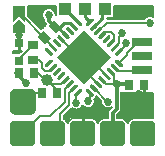
<source format=gtl>
G04 DipTrace Beta 2.3.5.2*
%INOpenSky_NoLDO.GTL*%
%MOIN*%
%ADD13C,0.008*%
%ADD14C,0.006*%
%ADD15C,0.01*%
%ADD16C,0.012*%
%ADD20R,0.0276X0.0354*%
%ADD22R,0.0315X0.0315*%
%ADD23R,0.0394X0.0394*%
%ADD24R,0.0354X0.0276*%
%ADD25C,0.0394*%
%ADD26C,0.027*%
%FSLAX44Y44*%
G04*
G70*
G90*
G75*
G01*
%LNTop*%
%LPD*%
X1803Y3719D2*
D13*
X2416Y3107D1*
X2555D1*
X3028Y2216D2*
X2643Y2601D1*
X2555Y2689D1*
Y3107D1*
X3307Y2494D2*
X2694Y3107D1*
X2555D1*
X2220Y850D2*
D14*
X2230D1*
X2510Y570D1*
X390Y3590D2*
Y3840D1*
X400Y3850D1*
X390Y4156D2*
Y3860D1*
X2510Y2820D2*
D13*
X2643Y2601D1*
X2500Y3562D2*
D14*
Y3162D1*
X2555Y3107D1*
X4570Y2200D2*
Y1930D1*
X4520Y1880D1*
X4380D1*
X4510Y3170D2*
X4508D1*
X3168Y2355D2*
D13*
X3283Y2240D1*
X3550D1*
Y2529D1*
X3446Y2633D1*
X1943Y3858D2*
D15*
X1669Y4132D1*
X1582D1*
X2221Y4137D2*
X2211D1*
X2097Y4250D1*
X1880D1*
X1700Y4070D1*
X1582D1*
Y4132D1*
D16*
X1380Y4334D1*
Y4527D1*
X3640Y2240D2*
X3550D1*
X3640D2*
X3990D1*
Y2132D1*
X4058Y2200D1*
X630Y2260D2*
X300Y2590D1*
X378D1*
X3510Y570D2*
Y1260D1*
X3640Y1390D1*
Y2240D1*
X2580Y4720D2*
D15*
Y4446D1*
X2750Y4276D1*
X2889Y4137D2*
X3170Y4417D1*
Y4620D1*
X3270Y4720D1*
X3585Y2773D2*
D13*
X3602D1*
X3705Y2670D1*
X4460D1*
X4480Y2690D1*
X4500D1*
X3724Y2912D2*
X3760Y2876D1*
Y2950D1*
X3990Y3180D1*
Y3270D1*
X4450Y3730D1*
X4500D1*
Y3635D1*
X1525Y2773D2*
Y2753D1*
X1442Y2670D1*
X1250D1*
X1150Y2770D1*
Y2910D1*
X1042Y3018D1*
X850D1*
Y3530D2*
Y3510D1*
X339Y2999D1*
X390D1*
X3168Y3858D2*
X3269Y3960D1*
X3450D1*
X3560Y3850D1*
Y3694D1*
X3446Y3580D1*
X3970Y3590D2*
X4013D1*
X3724Y3302D1*
X3350Y1640D2*
X3326D1*
X2889Y2077D1*
X3830Y3910D2*
X3840D1*
X3720Y3790D1*
Y3576D1*
X3585Y3441D1*
X2690Y1650D2*
X2760D1*
Y1927D1*
X2750Y1937D1*
X2300Y1600D2*
Y1860D1*
X2377Y1937D1*
X2360D1*
X390Y4550D2*
X440D1*
X1220Y3770D1*
X1525Y3441D2*
X1280Y3686D1*
Y3710D1*
X1220Y3770D1*
X1144Y1916D2*
X806D1*
X520Y1630D1*
X3028Y3998D2*
X3038D1*
X3310Y4270D1*
X4750D1*
Y840D2*
Y806D1*
X4514Y570D1*
X890Y2590D2*
Y2580D1*
X1030D1*
X1285Y2325D1*
X1320Y2360D1*
X1943Y2355D2*
X1798Y2210D1*
X1470D1*
X1320Y2360D1*
Y2370D1*
X1656Y2034D1*
Y1916D1*
X1920Y4720D2*
D15*
Y4716D1*
X2360Y4276D1*
X2082Y2216D2*
D13*
X1920Y2054D1*
Y1640D1*
X1430Y1150D1*
X1090D1*
X510Y570D1*
X2221Y2077D2*
X2217D1*
X2060Y1920D1*
Y1520D1*
X1750Y1210D1*
Y810D1*
X1510Y570D1*
D26*
X1380Y4527D3*
X3640Y2240D3*
D3*
X630Y2260D3*
X1380Y4527D3*
X3640Y2240D3*
X3970Y3590D3*
X3350Y1640D3*
X3830Y3910D3*
X2300Y1600D3*
X4750Y4270D3*
Y840D3*
X2500Y3562D3*
X2220Y850D3*
X4380Y1880D3*
X400Y3850D3*
X4630Y4680D3*
X4510Y3170D3*
X1130Y4220D3*
X2510Y2820D3*
X2690Y1650D3*
X693Y4751D2*
D14*
X1335D1*
X1426D2*
X1624D1*
X3565D2*
X4854D1*
X693Y4693D2*
X1218D1*
X1542D2*
X1624D1*
X3565D2*
X4854D1*
X693Y4634D2*
X1174D1*
X1587D2*
X1624D1*
X3565D2*
X4854D1*
X693Y4575D2*
X1152D1*
X3565D2*
X4854D1*
X693Y4517D2*
X1147D1*
X3565D2*
X4854D1*
X725Y4458D2*
X1158D1*
X3565D2*
X4616D1*
X784Y4399D2*
X1187D1*
X842Y4340D2*
X1221D1*
X901Y4282D2*
X1231D1*
X960Y4223D2*
X1269D1*
X1019Y4164D2*
X1241D1*
X1078Y4106D2*
X1182D1*
X196Y3284D2*
X431D1*
X4294Y1934D2*
X4334D1*
X4806D2*
X4854D1*
X3798Y1876D2*
X4854D1*
X3798Y1817D2*
X4854D1*
X2941Y1758D2*
X3015D1*
X3798D2*
X4854D1*
X2918Y1700D2*
X3073D1*
X3798D2*
X4854D1*
X2923Y1641D2*
X3117D1*
X3798D2*
X4854D1*
X2913Y1582D2*
X3124D1*
X3798D2*
X4854D1*
X2885Y1523D2*
X3149D1*
X3798D2*
X4854D1*
X2489Y1465D2*
X2553D1*
X2828D2*
X3199D1*
X3798D2*
X4854D1*
X2139Y1406D2*
X2176D1*
X2425D2*
X3435D1*
X3798D2*
X4854D1*
X2081Y1347D2*
X3379D1*
X3792D2*
X4854D1*
X2022Y1289D2*
X3354D1*
X3760D2*
X4854D1*
X1963Y1230D2*
X3351D1*
X3702D2*
X4854D1*
X1905Y1171D2*
X3351D1*
X3668D2*
X4854D1*
X1889Y1113D2*
X3351D1*
X3668D2*
X4854D1*
X1914Y1054D2*
X2106D1*
X2913D2*
X3107D1*
X3914D2*
X4111D1*
X1981Y995D2*
X2039D1*
X2981D2*
X3039D1*
X3981D2*
X4043D1*
X687Y4811D2*
Y4490D1*
X1123Y4054D1*
X1152Y4076D1*
X1168Y4085D1*
X1272Y4190D1*
X1282Y4211D1*
X1283Y4215D1*
X1253Y4249D1*
X1239Y4276D1*
X1230Y4304D1*
X1228Y4334D1*
Y4359D1*
X1197Y4393D1*
X1181Y4418D1*
X1168Y4445D1*
X1159Y4474D1*
X1154Y4503D1*
X1153Y4533D1*
X1155Y4563D1*
X1162Y4592D1*
X1172Y4620D1*
X1186Y4647D1*
X1204Y4671D1*
X1224Y4693D1*
X1247Y4712D1*
X1273Y4728D1*
X1300Y4740D1*
X1329Y4749D1*
X1358Y4754D1*
X1388Y4755D1*
X1418Y4752D1*
X1447Y4745D1*
X1475Y4734D1*
X1502Y4720D1*
X1526Y4702D1*
X1548Y4681D1*
X1566Y4658D1*
X1582Y4632D1*
X1594Y4605D1*
X1602Y4576D1*
X1607Y4527D1*
Y4525D1*
X1628Y4545D1*
X1631Y4551D1*
Y4810D1*
X810D1*
X687D1*
X4800Y1940D2*
Y1930D1*
X4340D1*
Y1940D1*
X4287D1*
X4288Y1930D1*
X3828D1*
Y1941D1*
X3792Y1940D1*
Y1390D1*
X3789Y1360D1*
X3781Y1332D1*
X3767Y1305D1*
X3748Y1282D1*
X3662Y1197D1*
Y1087D1*
X3790D1*
X3815Y1085D1*
X3840Y1081D1*
X3864Y1074D1*
X3888Y1064D1*
X3910Y1052D1*
X3931Y1038D1*
X3951Y1022D1*
X3968Y1004D1*
X3984Y984D1*
X3997Y962D1*
X4008Y939D1*
X4012Y930D1*
X4024Y957D1*
X4040Y984D1*
X4063Y1011D1*
X4080Y1028D1*
X4100Y1044D1*
X4122Y1057D1*
X4145Y1068D1*
X4169Y1077D1*
X4193Y1083D1*
X4218Y1086D1*
X4329Y1087D1*
X4809Y1086D1*
X4845Y1081D1*
X4860Y1077D1*
Y1940D1*
X4799D1*
X493Y3340D2*
X190D1*
Y3249D1*
X402D1*
X493Y3340D1*
X3559Y4810D2*
Y4431D1*
X3313D1*
X3312Y4417D1*
X3340Y4402D1*
X4565D1*
X4594Y4436D1*
X4617Y4455D1*
X4643Y4471D1*
X4670Y4483D1*
X4699Y4492D1*
X4728Y4496D1*
X4758Y4497D1*
X4788Y4494D1*
X4817Y4487D1*
X4859Y4469D1*
X4860Y4720D1*
Y4810D1*
X3560D1*
X1897Y1060D2*
X1924Y1044D1*
X1951Y1021D1*
X1968Y1004D1*
X1984Y984D1*
X1997Y962D1*
X2010Y936D1*
X2026Y967D1*
X2049Y1001D1*
X2074Y1026D1*
X2107Y1050D1*
X2137Y1067D1*
X2176Y1080D1*
X2211Y1086D1*
X2271Y1087D1*
X2812Y1086D1*
X2852Y1078D1*
X2885Y1066D1*
X2920Y1046D1*
X2948Y1024D1*
X2976Y994D1*
X2995Y965D1*
X3010Y935D1*
X3012Y939D1*
X3028Y971D1*
X3042Y991D1*
X3058Y1011D1*
X3076Y1028D1*
X3096Y1044D1*
X3118Y1057D1*
X3141Y1068D1*
X3165Y1077D1*
X3189Y1083D1*
X3214Y1086D1*
X3325Y1087D1*
X3358D1*
Y1260D1*
X3361Y1290D1*
X3369Y1318D1*
X3383Y1345D1*
X3402Y1368D1*
X3488Y1453D1*
X3487Y1459D1*
X3462Y1442D1*
X3435Y1429D1*
X3407Y1420D1*
X3377Y1414D1*
X3347Y1413D1*
X3317Y1415D1*
X3288Y1421D1*
X3260Y1431D1*
X3233Y1445D1*
X3208Y1462D1*
X3186Y1482D1*
X3167Y1505D1*
X3151Y1530D1*
X3138Y1558D1*
X3129Y1586D1*
X3124Y1616D1*
Y1656D1*
X2968Y1811D1*
X2956Y1783D1*
X2942Y1764D1*
X2908Y1734D1*
X2904Y1727D1*
X2912Y1698D1*
X2917Y1650D1*
X2915Y1620D1*
X2910Y1591D1*
X2900Y1562D1*
X2886Y1535D1*
X2870Y1511D1*
X2850Y1488D1*
X2827Y1469D1*
X2802Y1452D1*
X2775Y1439D1*
X2747Y1430D1*
X2717Y1424D1*
X2687Y1423D1*
X2657Y1425D1*
X2628Y1431D1*
X2600Y1441D1*
X2573Y1455D1*
X2548Y1472D1*
X2526Y1492D1*
X2510Y1512D1*
X2496Y1485D1*
X2480Y1461D1*
X2460Y1438D1*
X2437Y1419D1*
X2412Y1402D1*
X2385Y1389D1*
X2357Y1380D1*
X2327Y1374D1*
X2297Y1373D1*
X2267Y1375D1*
X2238Y1381D1*
X2210Y1391D1*
X2183Y1405D1*
X2154Y1426D1*
X1882Y1155D1*
Y1067D1*
X1897Y1060D1*
X1228Y4359D2*
X1197Y4393D1*
X1181Y4418D1*
X1168Y4445D1*
X1159Y4474D1*
X1154Y4503D1*
X1153Y4533D1*
X1155Y4563D1*
X1162Y4592D1*
X1172Y4620D1*
X1186Y4647D1*
X1204Y4671D1*
X1224Y4693D1*
X1247Y4712D1*
X1273Y4728D1*
X1300Y4740D1*
X1329Y4749D1*
X1358Y4754D1*
X1388Y4755D1*
X1418Y4752D1*
X1447Y4745D1*
X1475Y4734D1*
X1502Y4720D1*
X1526Y4702D1*
X1548Y4681D1*
X1566Y4658D1*
X1582Y4632D1*
X1594Y4605D1*
X1602Y4576D1*
X1607Y4527D1*
Y4525D1*
X4570Y2200D2*
D15*
Y1931D1*
X390Y3590D2*
Y3340D1*
X2510Y1087D2*
Y570D1*
G36*
X390Y4481D2*
X595Y4277D1*
Y4823D1*
X185D1*
Y4277D1*
X390Y4481D1*
G37*
G36*
X185Y3918D2*
Y4191D1*
X390Y4395D1*
X595Y4191D1*
Y3918D1*
X185D1*
G37*
D20*
X4570Y2200D3*
X4058D3*
X1144Y1916D3*
X1656D3*
D22*
X390Y3590D3*
Y2999D3*
G36*
X795Y1205D2*
X245D1*
X229Y1206D1*
X214Y1208D1*
X199Y1212D1*
X184Y1218D1*
X170Y1225D1*
X157Y1234D1*
X145Y1244D1*
X134Y1255D1*
X124Y1267D1*
X115Y1280D1*
X108Y1294D1*
X102Y1309D1*
X98Y1324D1*
X96Y1339D1*
X95Y1355D1*
Y1905D1*
X96Y1921D1*
X98Y1936D1*
X102Y1951D1*
X108Y1966D1*
X115Y1980D1*
X124Y1993D1*
X134Y2005D1*
X145Y2016D1*
X157Y2026D1*
X170Y2035D1*
X184Y2042D1*
X199Y2048D1*
X214Y2052D1*
X229Y2054D1*
X245Y2055D1*
X795D1*
X811Y2054D1*
X826Y2052D1*
X841Y2048D1*
X856Y2042D1*
X870Y2035D1*
X883Y2026D1*
X895Y2016D1*
X906Y2005D1*
X916Y1993D1*
X925Y1980D1*
X932Y1966D1*
X938Y1951D1*
X942Y1936D1*
X944Y1921D1*
X945Y1905D1*
Y1355D1*
X944Y1339D1*
X942Y1324D1*
X938Y1309D1*
X932Y1294D1*
X925Y1280D1*
X916Y1267D1*
X906Y1255D1*
X895Y1244D1*
X883Y1234D1*
X870Y1225D1*
X856Y1218D1*
X841Y1212D1*
X826Y1208D1*
X811Y1206D1*
X795Y1205D1*
G37*
D23*
X2580Y4720D3*
X3270D3*
G36*
X85Y295D2*
Y845D1*
X86Y861D1*
X88Y876D1*
X92Y891D1*
X98Y906D1*
X105Y920D1*
X114Y933D1*
X124Y945D1*
X135Y956D1*
X147Y966D1*
X160Y975D1*
X174Y982D1*
X189Y988D1*
X204Y992D1*
X219Y994D1*
X235Y995D1*
X785D1*
X801Y994D1*
X816Y992D1*
X831Y988D1*
X846Y982D1*
X860Y975D1*
X873Y966D1*
X885Y956D1*
X896Y945D1*
X906Y933D1*
X915Y920D1*
X922Y906D1*
X928Y891D1*
X932Y876D1*
X934Y861D1*
X935Y845D1*
Y295D1*
X934Y279D1*
X932Y264D1*
X928Y249D1*
X922Y234D1*
X915Y220D1*
X906Y207D1*
X896Y195D1*
X885Y184D1*
X873Y174D1*
X860Y165D1*
X846Y158D1*
X831Y152D1*
X816Y148D1*
X801Y146D1*
X785Y145D1*
X235D1*
X219Y146D1*
X204Y148D1*
X189Y152D1*
X174Y158D1*
X160Y165D1*
X147Y174D1*
X135Y184D1*
X124Y195D1*
X114Y207D1*
X105Y220D1*
X98Y234D1*
X92Y249D1*
X88Y264D1*
X86Y279D1*
X85Y295D1*
G37*
G36*
X1785Y145D2*
X1235D1*
X1219Y146D1*
X1204Y148D1*
X1189Y152D1*
X1174Y158D1*
X1160Y165D1*
X1147Y174D1*
X1135Y184D1*
X1124Y195D1*
X1114Y207D1*
X1105Y220D1*
X1098Y234D1*
X1092Y249D1*
X1088Y264D1*
X1086Y279D1*
X1085Y295D1*
Y845D1*
X1086Y861D1*
X1088Y876D1*
X1092Y891D1*
X1098Y906D1*
X1105Y920D1*
X1114Y933D1*
X1124Y945D1*
X1135Y956D1*
X1147Y966D1*
X1160Y975D1*
X1174Y982D1*
X1189Y988D1*
X1204Y992D1*
X1219Y994D1*
X1235Y995D1*
X1785D1*
X1801Y994D1*
X1816Y992D1*
X1831Y988D1*
X1846Y982D1*
X1860Y975D1*
X1873Y966D1*
X1885Y956D1*
X1896Y945D1*
X1906Y933D1*
X1915Y920D1*
X1922Y906D1*
X1928Y891D1*
X1932Y876D1*
X1934Y861D1*
X1935Y845D1*
Y295D1*
X1934Y279D1*
X1932Y264D1*
X1928Y249D1*
X1922Y234D1*
X1915Y220D1*
X1906Y207D1*
X1896Y195D1*
X1885Y184D1*
X1873Y174D1*
X1860Y165D1*
X1846Y158D1*
X1831Y152D1*
X1816Y148D1*
X1801Y146D1*
X1785Y145D1*
G37*
G36*
X2085Y845D2*
Y295D1*
X2086Y279D1*
X2088Y264D1*
X2092Y249D1*
X2098Y234D1*
X2105Y220D1*
X2114Y207D1*
X2124Y195D1*
X2135Y184D1*
X2147Y174D1*
X2160Y165D1*
X2174Y158D1*
X2189Y152D1*
X2204Y148D1*
X2219Y146D1*
X2235Y145D1*
X2785D1*
X2801Y146D1*
X2816Y148D1*
X2831Y152D1*
X2846Y158D1*
X2860Y165D1*
X2873Y174D1*
X2885Y184D1*
X2896Y195D1*
X2906Y207D1*
X2915Y220D1*
X2922Y234D1*
X2928Y249D1*
X2932Y264D1*
X2934Y279D1*
X2935Y295D1*
Y845D1*
X2934Y861D1*
X2932Y876D1*
X2928Y891D1*
X2922Y906D1*
X2915Y920D1*
X2906Y933D1*
X2896Y945D1*
X2885Y956D1*
X2873Y966D1*
X2860Y975D1*
X2846Y982D1*
X2831Y988D1*
X2816Y992D1*
X2801Y994D1*
X2785Y995D1*
X2235D1*
X2219Y994D1*
X2204Y992D1*
X2189Y988D1*
X2174Y982D1*
X2160Y975D1*
X2147Y966D1*
X2135Y956D1*
X2124Y945D1*
X2114Y933D1*
X2105Y920D1*
X2098Y906D1*
X2092Y891D1*
X2088Y876D1*
X2086Y861D1*
X2085Y845D1*
G37*
G36*
X3235Y145D2*
X3785D1*
X3801Y146D1*
X3816Y148D1*
X3831Y152D1*
X3846Y158D1*
X3860Y165D1*
X3873Y174D1*
X3885Y184D1*
X3896Y195D1*
X3906Y207D1*
X3915Y220D1*
X3922Y234D1*
X3928Y249D1*
X3932Y264D1*
X3934Y279D1*
X3935Y295D1*
Y845D1*
X3934Y861D1*
X3932Y876D1*
X3928Y891D1*
X3922Y906D1*
X3915Y920D1*
X3906Y933D1*
X3896Y945D1*
X3885Y956D1*
X3873Y966D1*
X3860Y975D1*
X3846Y982D1*
X3831Y988D1*
X3816Y992D1*
X3801Y994D1*
X3785Y995D1*
X3235D1*
X3219Y994D1*
X3204Y992D1*
X3189Y988D1*
X3174Y982D1*
X3160Y975D1*
X3147Y966D1*
X3135Y956D1*
X3124Y945D1*
X3114Y933D1*
X3105Y920D1*
X3098Y906D1*
X3092Y891D1*
X3088Y876D1*
X3086Y861D1*
X3085Y845D1*
Y295D1*
X3086Y279D1*
X3088Y264D1*
X3092Y249D1*
X3098Y234D1*
X3105Y220D1*
X3114Y207D1*
X3124Y195D1*
X3135Y184D1*
X3147Y174D1*
X3160Y165D1*
X3174Y158D1*
X3189Y152D1*
X3204Y148D1*
X3219Y146D1*
X3235Y145D1*
G37*
G36*
X4239D2*
X4789D1*
X4805Y146D1*
X4820Y148D1*
X4835Y152D1*
X4850Y158D1*
X4864Y165D1*
X4877Y174D1*
X4889Y184D1*
X4900Y195D1*
X4910Y207D1*
X4919Y220D1*
X4926Y234D1*
X4932Y249D1*
X4936Y264D1*
X4938Y279D1*
X4939Y295D1*
Y845D1*
X4938Y861D1*
X4936Y876D1*
X4932Y891D1*
X4926Y906D1*
X4919Y920D1*
X4910Y933D1*
X4900Y945D1*
X4889Y956D1*
X4877Y966D1*
X4864Y975D1*
X4850Y982D1*
X4835Y988D1*
X4820Y992D1*
X4805Y994D1*
X4789Y995D1*
X4239D1*
X4223Y994D1*
X4208Y992D1*
X4193Y988D1*
X4178Y982D1*
X4164Y975D1*
X4151Y966D1*
X4139Y956D1*
X4127Y945D1*
X4118Y933D1*
X4109Y920D1*
X4102Y906D1*
X4096Y891D1*
X4092Y876D1*
X4090Y861D1*
X4089Y845D1*
Y295D1*
X4090Y279D1*
X4092Y264D1*
X4096Y249D1*
X4102Y234D1*
X4109Y220D1*
X4118Y207D1*
X4127Y195D1*
X4139Y184D1*
X4151Y174D1*
X4164Y165D1*
X4178Y158D1*
X4193Y152D1*
X4208Y148D1*
X4223Y146D1*
X4239Y145D1*
G37*
D20*
X890Y2590D3*
X378D3*
D24*
X850Y3530D3*
Y3018D3*
G36*
X997Y3798D2*
X1192Y3993D1*
X1443Y3742D1*
X1248Y3547D1*
X997Y3798D1*
G37*
G36*
X1359Y4160D2*
X1554Y4355D1*
X1805Y4104D1*
X1610Y3909D1*
X1359Y4160D1*
G37*
D25*
X1320Y2360D3*
D23*
X1920Y4720D3*
G36*
X2785Y1819D2*
X2807Y1805D1*
X2833Y1802D1*
X2858Y1811D1*
X2877Y1830D1*
X2885Y1854D1*
X2882Y1880D1*
X2868Y1903D1*
X2715Y2056D1*
X2693Y2070D1*
X2667Y2073D1*
X2642Y2064D1*
X2623Y2045D1*
X2615Y2021D1*
X2618Y1995D1*
X2632Y1972D1*
X2785Y1819D1*
G37*
G36*
X2924Y1958D2*
X2946Y1944D1*
X2972Y1941D1*
X2997Y1950D1*
X3016Y1969D1*
X3024Y1994D1*
X3021Y2020D1*
X3008Y2042D1*
X2854Y2195D1*
X2832Y2209D1*
X2806Y2212D1*
X2781Y2203D1*
X2763Y2185D1*
X2754Y2160D1*
X2757Y2134D1*
X2771Y2111D1*
X2924Y1958D1*
G37*
G36*
X3063Y2098D2*
X3085Y2084D1*
X3112Y2081D1*
X3136Y2089D1*
X3155Y2108D1*
X3164Y2133D1*
X3161Y2159D1*
X3147Y2181D1*
X2994Y2334D1*
X2971Y2348D1*
X2945Y2351D1*
X2920Y2342D1*
X2902Y2324D1*
X2893Y2299D1*
X2896Y2273D1*
X2910Y2251D1*
X3063Y2098D1*
G37*
G36*
X3202Y2237D2*
X3225Y2223D1*
X3251Y2220D1*
X3276Y2229D1*
X3294Y2247D1*
X3303Y2272D1*
X3300Y2298D1*
X3286Y2320D1*
X3133Y2473D1*
X3111Y2487D1*
X3084Y2490D1*
X3060Y2482D1*
X3041Y2463D1*
X3032Y2438D1*
X3035Y2412D1*
X3049Y2390D1*
X3202Y2237D1*
G37*
G36*
X3342Y2376D2*
X3364Y2362D1*
X3390Y2359D1*
X3415Y2368D1*
X3433Y2386D1*
X3442Y2411D1*
X3439Y2437D1*
X3425Y2459D1*
X3272Y2613D1*
X3250Y2627D1*
X3224Y2630D1*
X3199Y2621D1*
X3180Y2602D1*
X3172Y2577D1*
X3174Y2551D1*
X3188Y2529D1*
X3342Y2376D1*
G37*
G36*
X3481Y2515D2*
X3503Y2501D1*
X3529Y2498D1*
X3554Y2507D1*
X3573Y2525D1*
X3581Y2550D1*
X3578Y2576D1*
X3564Y2599D1*
X3411Y2752D1*
X3389Y2766D1*
X3363Y2769D1*
X3338Y2760D1*
X3319Y2741D1*
X3311Y2717D1*
X3314Y2691D1*
X3328Y2668D1*
X3481Y2515D1*
G37*
G36*
X3620Y2654D2*
X3642Y2640D1*
X3668Y2637D1*
X3693Y2646D1*
X3712Y2665D1*
X3720Y2689D1*
X3717Y2716D1*
X3703Y2738D1*
X3550Y2891D1*
X3528Y2905D1*
X3502Y2908D1*
X3477Y2899D1*
X3459Y2881D1*
X3450Y2856D1*
X3453Y2830D1*
X3467Y2807D1*
X3620Y2654D1*
G37*
G36*
X3759Y2794D2*
X3781Y2780D1*
X3808Y2777D1*
X3832Y2785D1*
X3851Y2804D1*
X3860Y2829D1*
X3857Y2855D1*
X3843Y2877D1*
X3690Y3030D1*
X3667Y3044D1*
X3641Y3047D1*
X3616Y3038D1*
X3598Y3020D1*
X3589Y2995D1*
X3592Y2969D1*
X3606Y2947D1*
X3759Y2794D1*
G37*
G36*
X3843Y3336D2*
X3857Y3359D1*
X3860Y3385D1*
X3851Y3410D1*
X3832Y3428D1*
X3808Y3437D1*
X3781Y3434D1*
X3759Y3420D1*
X3606Y3267D1*
X3592Y3245D1*
X3589Y3218D1*
X3598Y3194D1*
X3616Y3175D1*
X3641Y3166D1*
X3667Y3169D1*
X3690Y3183D1*
X3843Y3336D1*
G37*
G36*
X3703Y3476D2*
X3717Y3498D1*
X3720Y3524D1*
X3712Y3549D1*
X3693Y3567D1*
X3668Y3576D1*
X3642Y3573D1*
X3620Y3559D1*
X3467Y3406D1*
X3453Y3384D1*
X3450Y3358D1*
X3459Y3333D1*
X3477Y3314D1*
X3502Y3306D1*
X3528Y3308D1*
X3550Y3322D1*
X3703Y3476D1*
G37*
G36*
X3564Y3615D2*
X3578Y3637D1*
X3581Y3663D1*
X3573Y3688D1*
X3554Y3707D1*
X3529Y3715D1*
X3503Y3712D1*
X3481Y3698D1*
X3328Y3545D1*
X3314Y3523D1*
X3311Y3497D1*
X3319Y3472D1*
X3338Y3453D1*
X3363Y3445D1*
X3389Y3448D1*
X3411Y3462D1*
X3564Y3615D1*
G37*
G36*
X3425Y3754D2*
X3439Y3776D1*
X3442Y3802D1*
X3433Y3827D1*
X3415Y3846D1*
X3390Y3854D1*
X3364Y3851D1*
X3342Y3837D1*
X3188Y3684D1*
X3174Y3662D1*
X3172Y3636D1*
X3180Y3611D1*
X3199Y3593D1*
X3224Y3584D1*
X3250Y3587D1*
X3272Y3601D1*
X3425Y3754D1*
G37*
G36*
X3286Y3893D2*
X3300Y3915D1*
X3303Y3942D1*
X3294Y3966D1*
X3276Y3985D1*
X3251Y3994D1*
X3225Y3991D1*
X3202Y3977D1*
X3049Y3824D1*
X3035Y3801D1*
X3032Y3775D1*
X3041Y3750D1*
X3060Y3732D1*
X3084Y3723D1*
X3111Y3726D1*
X3133Y3740D1*
X3286Y3893D1*
G37*
G36*
X3147Y4032D2*
X3161Y4055D1*
X3164Y4081D1*
X3155Y4106D1*
X3136Y4124D1*
X3112Y4133D1*
X3085Y4130D1*
X3063Y4116D1*
X2910Y3963D1*
X2896Y3941D1*
X2893Y3914D1*
X2902Y3890D1*
X2920Y3871D1*
X2945Y3862D1*
X2971Y3865D1*
X2994Y3879D1*
X3147Y4032D1*
G37*
G36*
X3008Y4172D2*
X3021Y4194D1*
X3024Y4220D1*
X3016Y4245D1*
X2997Y4263D1*
X2972Y4272D1*
X2946Y4269D1*
X2924Y4255D1*
X2771Y4102D1*
X2757Y4080D1*
X2754Y4054D1*
X2763Y4029D1*
X2781Y4010D1*
X2806Y4002D1*
X2832Y4004D1*
X2854Y4018D1*
X3008Y4172D1*
G37*
G36*
X2868Y4311D2*
X2882Y4333D1*
X2885Y4359D1*
X2877Y4384D1*
X2858Y4403D1*
X2833Y4411D1*
X2807Y4408D1*
X2785Y4394D1*
X2632Y4241D1*
X2618Y4219D1*
X2615Y4193D1*
X2623Y4168D1*
X2642Y4149D1*
X2667Y4141D1*
X2693Y4144D1*
X2715Y4158D1*
X2868Y4311D1*
G37*
G36*
X2395Y4158D2*
X2417Y4144D1*
X2443Y4141D1*
X2468Y4149D1*
X2487Y4168D1*
X2495Y4193D1*
X2493Y4219D1*
X2479Y4241D1*
X2325Y4394D1*
X2303Y4408D1*
X2277Y4411D1*
X2252Y4403D1*
X2234Y4384D1*
X2225Y4359D1*
X2228Y4333D1*
X2242Y4311D1*
X2395Y4158D1*
G37*
G36*
X2256Y4018D2*
X2278Y4004D1*
X2304Y4002D1*
X2329Y4010D1*
X2348Y4029D1*
X2356Y4054D1*
X2353Y4080D1*
X2339Y4102D1*
X2186Y4255D1*
X2164Y4269D1*
X2138Y4272D1*
X2113Y4263D1*
X2095Y4245D1*
X2086Y4220D1*
X2089Y4194D1*
X2103Y4172D1*
X2256Y4018D1*
G37*
G36*
X2117Y3879D2*
X2139Y3865D1*
X2165Y3862D1*
X2190Y3871D1*
X2208Y3890D1*
X2217Y3914D1*
X2214Y3941D1*
X2200Y3963D1*
X2047Y4116D1*
X2025Y4130D1*
X1999Y4133D1*
X1974Y4124D1*
X1955Y4106D1*
X1947Y4081D1*
X1950Y4055D1*
X1964Y4032D1*
X2117Y3879D1*
G37*
G36*
X1977Y3740D2*
X2000Y3726D1*
X2026Y3723D1*
X2051Y3732D1*
X2069Y3750D1*
X2078Y3775D1*
X2075Y3801D1*
X2061Y3824D1*
X1908Y3977D1*
X1886Y3991D1*
X1860Y3994D1*
X1835Y3985D1*
X1816Y3966D1*
X1807Y3942D1*
X1810Y3915D1*
X1824Y3893D1*
X1977Y3740D1*
G37*
G36*
X1838Y3601D2*
X1861Y3587D1*
X1887Y3584D1*
X1911Y3593D1*
X1930Y3611D1*
X1939Y3636D1*
X1936Y3662D1*
X1922Y3684D1*
X1769Y3837D1*
X1746Y3851D1*
X1720Y3854D1*
X1696Y3846D1*
X1677Y3827D1*
X1668Y3802D1*
X1671Y3776D1*
X1685Y3754D1*
X1838Y3601D1*
G37*
G36*
X1699Y3462D2*
X1721Y3448D1*
X1747Y3445D1*
X1772Y3453D1*
X1791Y3472D1*
X1800Y3497D1*
X1797Y3523D1*
X1783Y3545D1*
X1629Y3698D1*
X1607Y3712D1*
X1581Y3715D1*
X1556Y3707D1*
X1538Y3688D1*
X1529Y3663D1*
X1532Y3637D1*
X1546Y3615D1*
X1699Y3462D1*
G37*
G36*
X1560Y3322D2*
X1582Y3308D1*
X1608Y3306D1*
X1633Y3314D1*
X1652Y3333D1*
X1660Y3358D1*
X1657Y3384D1*
X1643Y3406D1*
X1490Y3559D1*
X1468Y3573D1*
X1442Y3576D1*
X1417Y3567D1*
X1399Y3549D1*
X1390Y3524D1*
X1393Y3498D1*
X1407Y3476D1*
X1560Y3322D1*
G37*
G36*
X1421Y3183D2*
X1443Y3169D1*
X1469Y3166D1*
X1494Y3175D1*
X1512Y3194D1*
X1521Y3218D1*
X1518Y3245D1*
X1504Y3267D1*
X1351Y3420D1*
X1329Y3434D1*
X1303Y3437D1*
X1278Y3428D1*
X1259Y3410D1*
X1251Y3385D1*
X1254Y3359D1*
X1268Y3336D1*
X1421Y3183D1*
G37*
G36*
X1504Y2947D2*
X1518Y2969D1*
X1521Y2995D1*
X1512Y3020D1*
X1494Y3038D1*
X1469Y3047D1*
X1443Y3044D1*
X1421Y3030D1*
X1268Y2877D1*
X1254Y2855D1*
X1251Y2829D1*
X1259Y2804D1*
X1278Y2785D1*
X1303Y2777D1*
X1329Y2780D1*
X1351Y2794D1*
X1504Y2947D1*
G37*
G36*
X1643Y2807D2*
X1657Y2830D1*
X1660Y2856D1*
X1652Y2881D1*
X1633Y2899D1*
X1608Y2908D1*
X1582Y2905D1*
X1560Y2891D1*
X1407Y2738D1*
X1393Y2716D1*
X1390Y2689D1*
X1399Y2665D1*
X1417Y2646D1*
X1442Y2637D1*
X1468Y2640D1*
X1490Y2654D1*
X1643Y2807D1*
G37*
G36*
X1783Y2668D2*
X1797Y2691D1*
X1800Y2717D1*
X1791Y2741D1*
X1772Y2760D1*
X1747Y2769D1*
X1721Y2766D1*
X1699Y2752D1*
X1546Y2599D1*
X1532Y2576D1*
X1529Y2550D1*
X1538Y2525D1*
X1556Y2507D1*
X1581Y2498D1*
X1607Y2501D1*
X1629Y2515D1*
X1783Y2668D1*
G37*
G36*
X1922Y2529D2*
X1936Y2551D1*
X1939Y2577D1*
X1930Y2602D1*
X1911Y2621D1*
X1887Y2630D1*
X1861Y2627D1*
X1838Y2613D1*
X1685Y2459D1*
X1671Y2437D1*
X1668Y2411D1*
X1677Y2386D1*
X1696Y2368D1*
X1720Y2359D1*
X1746Y2362D1*
X1769Y2376D1*
X1922Y2529D1*
G37*
G36*
X2061Y2390D2*
X2075Y2412D1*
X2078Y2438D1*
X2069Y2463D1*
X2051Y2482D1*
X2026Y2490D1*
X2000Y2487D1*
X1977Y2473D1*
X1824Y2320D1*
X1810Y2298D1*
X1807Y2272D1*
X1816Y2247D1*
X1835Y2229D1*
X1860Y2220D1*
X1886Y2223D1*
X1908Y2237D1*
X2061Y2390D1*
G37*
G36*
X2200Y2251D2*
X2214Y2273D1*
X2217Y2299D1*
X2208Y2324D1*
X2190Y2342D1*
X2165Y2351D1*
X2139Y2348D1*
X2117Y2334D1*
X1964Y2181D1*
X1950Y2159D1*
X1947Y2133D1*
X1955Y2108D1*
X1974Y2089D1*
X1999Y2081D1*
X2025Y2084D1*
X2047Y2098D1*
X2200Y2251D1*
G37*
G36*
X2339Y2111D2*
X2353Y2134D1*
X2356Y2160D1*
X2348Y2185D1*
X2329Y2203D1*
X2304Y2212D1*
X2278Y2209D1*
X2256Y2195D1*
X2103Y2042D1*
X2089Y2020D1*
X2086Y1994D1*
X2095Y1969D1*
X2113Y1950D1*
X2138Y1941D1*
X2164Y1944D1*
X2186Y1958D1*
X2339Y2111D1*
G37*
G36*
X2479Y1972D2*
X2493Y1995D1*
X2495Y2021D1*
X2487Y2045D1*
X2468Y2064D1*
X2443Y2073D1*
X2417Y2070D1*
X2395Y2056D1*
X2242Y1903D1*
X2228Y1880D1*
X2225Y1854D1*
X2234Y1830D1*
X2252Y1811D1*
X2277Y1802D1*
X2303Y1805D1*
X2325Y1819D1*
X2479Y1972D1*
G37*
G36*
X2555Y2202D2*
X1650Y3107D1*
X2555Y4011D1*
X3460Y3107D1*
X2555Y2202D1*
G37*
G36*
X4165Y2828D2*
Y2552D1*
X4835D1*
Y2828D1*
X4165D1*
G37*
G36*
Y3300D2*
Y3025D1*
X4835D1*
Y3300D1*
X4165D1*
G37*
G36*
Y3773D2*
Y3497D1*
X4835D1*
Y3773D1*
X4165D1*
G37*
M02*

</source>
